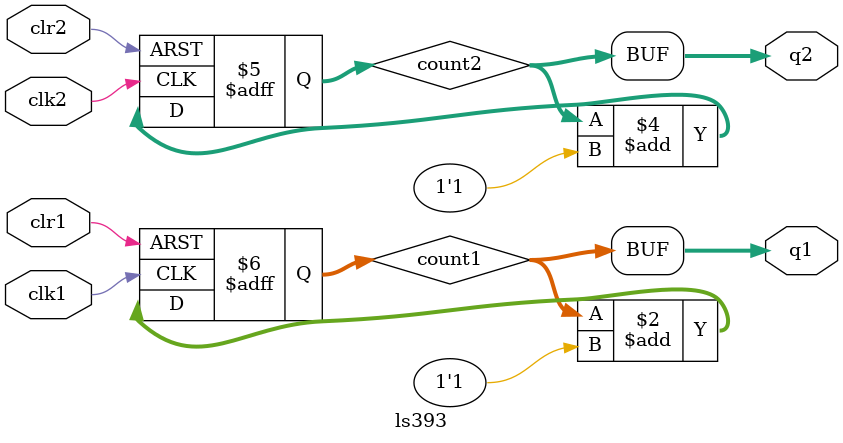
<source format=sv>

/*       _____________
       _|             |_
clk1  |_|1          14|_| VCC
       _|             |_                     
clr1  |_|2          13|_| clk2
       _|             |_
q1(0) |_|3          12|_| clr2
       _|             |_
q1(1) |_|4          11|_| q2(0)
       _|             |_
q1(2) |_|5          10|_| q2(1)
       _|             |_
q1(3) |_|6           9|_| q2(2)
       _|             |_
GND   |_|7           8|_| q2(3)
        |_____________|
*/

module ls393
(
	input        clk1, clk2,
	input        clr1, clr2,
	output [3:0] q1, q2
);

wire [3:0] count1;
wire [3:0] count2;

always_ff @(negedge clk1 or posedge clr1) begin
	if(clr1)
		count1 <= 4'b0000;
	else
		count1 <= count1 + 1'b1;
end

always_ff @(negedge clk2 or posedge clr2) begin
	if(clr2)
		count2 <= 4'b0000;
	else
		count2 <= count2 + 1'b1;
end

assign q1 = count1;
assign q2 = count2;

endmodule

</source>
